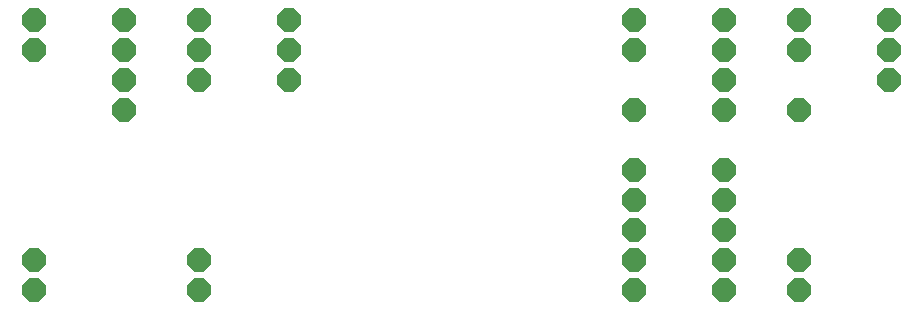
<source format=gbs>
G75*
%MOIN*%
%OFA0B0*%
%FSLAX25Y25*%
%IPPOS*%
%LPD*%
%AMOC8*
5,1,8,0,0,1.08239X$1,22.5*
%
%ADD10OC8,0.07687*%
D10*
X0012200Y0012200D03*
X0012200Y0022200D03*
X0067200Y0022200D03*
X0067200Y0012200D03*
X0042200Y0072200D03*
X0042200Y0082200D03*
X0042200Y0092200D03*
X0042200Y0102200D03*
X0067200Y0102200D03*
X0067200Y0092200D03*
X0067200Y0082200D03*
X0097200Y0082200D03*
X0097200Y0092200D03*
X0097200Y0102200D03*
X0012200Y0102200D03*
X0012200Y0092200D03*
X0212200Y0092200D03*
X0212200Y0102200D03*
X0242200Y0102200D03*
X0242200Y0092200D03*
X0242200Y0082200D03*
X0242200Y0072200D03*
X0267200Y0072200D03*
X0297200Y0082200D03*
X0297200Y0092200D03*
X0297200Y0102200D03*
X0267200Y0102200D03*
X0267200Y0092200D03*
X0212200Y0072200D03*
X0212200Y0052200D03*
X0212200Y0042200D03*
X0212200Y0032200D03*
X0212200Y0022200D03*
X0212200Y0012200D03*
X0242200Y0012200D03*
X0242200Y0022200D03*
X0242200Y0032200D03*
X0242200Y0042200D03*
X0242200Y0052200D03*
X0267200Y0022200D03*
X0267200Y0012200D03*
M02*

</source>
